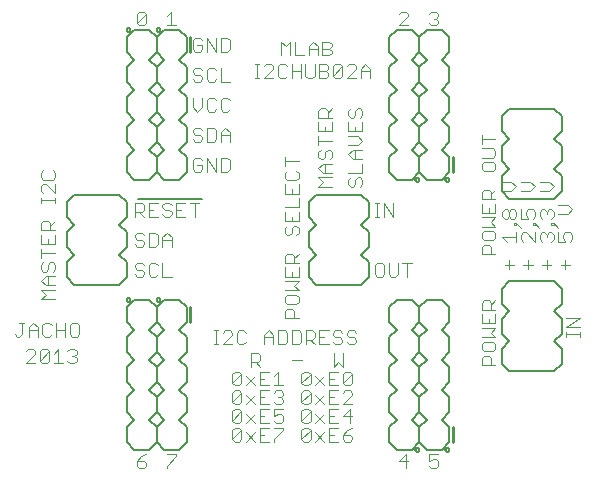
<source format=gbr>
G75*
G70*
%OFA0B0*%
%FSLAX24Y24*%
%IPPOS*%
%LPD*%
%AMOC8*
5,1,8,0,0,1.08239X$1,22.5*
%
%ADD10C,0.0040*%
%ADD11C,0.0079*%
%ADD12C,0.0100*%
%ADD13C,0.0060*%
%ADD14C,0.0050*%
D10*
X004920Y004385D02*
X004997Y004308D01*
X005150Y004308D01*
X005227Y004385D01*
X005227Y004461D01*
X005150Y004538D01*
X004920Y004538D01*
X004920Y004385D01*
X004920Y004538D02*
X005073Y004692D01*
X005227Y004768D01*
X005920Y004768D02*
X006227Y004768D01*
X006227Y004692D01*
X005920Y004385D01*
X005920Y004308D01*
X008108Y005260D02*
X008184Y005183D01*
X008338Y005183D01*
X008414Y005260D01*
X008414Y005567D01*
X008108Y005260D01*
X008108Y005567D01*
X008184Y005643D01*
X008338Y005643D01*
X008414Y005567D01*
X008568Y005490D02*
X008875Y005183D01*
X009028Y005183D02*
X009335Y005183D01*
X009489Y005183D02*
X009489Y005260D01*
X009796Y005567D01*
X009796Y005643D01*
X009489Y005643D01*
X009335Y005643D02*
X009028Y005643D01*
X009028Y005183D01*
X009028Y005413D02*
X009182Y005413D01*
X008875Y005490D02*
X008568Y005183D01*
X008568Y005808D02*
X008875Y006115D01*
X009028Y006038D02*
X009182Y006038D01*
X009028Y005808D02*
X009335Y005808D01*
X009489Y005885D02*
X009565Y005808D01*
X009719Y005808D01*
X009796Y005885D01*
X009796Y006038D01*
X009719Y006115D01*
X009642Y006115D01*
X009489Y006038D01*
X009489Y006268D01*
X009796Y006268D01*
X009719Y006433D02*
X009565Y006433D01*
X009489Y006510D01*
X009335Y006433D02*
X009028Y006433D01*
X009028Y006893D01*
X009335Y006893D01*
X009335Y007058D02*
X009028Y007058D01*
X009028Y007518D01*
X009335Y007518D01*
X009489Y007365D02*
X009642Y007518D01*
X009642Y007058D01*
X009489Y007058D02*
X009796Y007058D01*
X009719Y006893D02*
X009796Y006817D01*
X009796Y006740D01*
X009719Y006663D01*
X009796Y006586D01*
X009796Y006510D01*
X009719Y006433D01*
X009719Y006663D02*
X009642Y006663D01*
X009489Y006817D02*
X009565Y006893D01*
X009719Y006893D01*
X009182Y006663D02*
X009028Y006663D01*
X008875Y006740D02*
X008568Y006433D01*
X008414Y006510D02*
X008338Y006433D01*
X008184Y006433D01*
X008108Y006510D01*
X008414Y006817D01*
X008414Y006510D01*
X008338Y006268D02*
X008184Y006268D01*
X008108Y006192D01*
X008108Y005885D01*
X008414Y006192D01*
X008414Y005885D01*
X008338Y005808D01*
X008184Y005808D01*
X008108Y005885D01*
X008414Y006192D02*
X008338Y006268D01*
X008568Y006115D02*
X008875Y005808D01*
X009028Y005808D02*
X009028Y006268D01*
X009335Y006268D01*
X008875Y006433D02*
X008568Y006740D01*
X008414Y006817D02*
X008338Y006893D01*
X008184Y006893D01*
X008108Y006817D01*
X008108Y006510D01*
X008184Y007058D02*
X008108Y007135D01*
X008414Y007442D01*
X008414Y007135D01*
X008338Y007058D01*
X008184Y007058D01*
X008108Y007135D02*
X008108Y007442D01*
X008184Y007518D01*
X008338Y007518D01*
X008414Y007442D01*
X008568Y007365D02*
X008875Y007058D01*
X009028Y007288D02*
X009182Y007288D01*
X008875Y007365D02*
X008568Y007058D01*
X008733Y007683D02*
X008733Y008143D01*
X008963Y008143D01*
X009039Y008067D01*
X009039Y007913D01*
X008963Y007836D01*
X008733Y007836D01*
X008886Y007836D02*
X009039Y007683D01*
X009171Y008433D02*
X009171Y008740D01*
X009324Y008893D01*
X009478Y008740D01*
X009478Y008433D01*
X009631Y008433D02*
X009861Y008433D01*
X009938Y008510D01*
X009938Y008817D01*
X009861Y008893D01*
X009631Y008893D01*
X009631Y008433D01*
X009478Y008663D02*
X009171Y008663D01*
X008557Y008510D02*
X008480Y008433D01*
X008327Y008433D01*
X008250Y008510D01*
X008250Y008817D01*
X008327Y008893D01*
X008480Y008893D01*
X008557Y008817D01*
X008096Y008817D02*
X008096Y008740D01*
X007789Y008433D01*
X008096Y008433D01*
X008096Y008817D02*
X008020Y008893D01*
X007866Y008893D01*
X007789Y008817D01*
X007636Y008893D02*
X007483Y008893D01*
X007559Y008893D02*
X007559Y008433D01*
X007483Y008433D02*
X007636Y008433D01*
X009857Y009308D02*
X009857Y009538D01*
X009934Y009615D01*
X010087Y009615D01*
X010164Y009538D01*
X010164Y009308D01*
X010318Y009308D02*
X009857Y009308D01*
X009934Y009768D02*
X010241Y009768D01*
X010318Y009845D01*
X010318Y009999D01*
X010241Y010075D01*
X009934Y010075D01*
X009857Y009999D01*
X009857Y009845D01*
X009934Y009768D01*
X009857Y010229D02*
X010318Y010229D01*
X010164Y010382D01*
X010318Y010536D01*
X009857Y010536D01*
X009857Y010689D02*
X010318Y010689D01*
X010318Y010996D01*
X010318Y011150D02*
X009857Y011150D01*
X009857Y011380D01*
X009934Y011456D01*
X010087Y011456D01*
X010164Y011380D01*
X010164Y011150D01*
X010164Y011303D02*
X010318Y011456D01*
X010241Y012070D02*
X010318Y012147D01*
X010318Y012301D01*
X010241Y012377D01*
X010164Y012377D01*
X010087Y012301D01*
X010087Y012147D01*
X010011Y012070D01*
X009934Y012070D01*
X009857Y012147D01*
X009857Y012301D01*
X009934Y012377D01*
X009857Y012531D02*
X010318Y012531D01*
X010318Y012838D01*
X010318Y012991D02*
X010318Y013298D01*
X010318Y013452D02*
X010318Y013758D01*
X010241Y013912D02*
X010318Y013989D01*
X010318Y014142D01*
X010241Y014219D01*
X009934Y014219D02*
X009857Y014142D01*
X009857Y013989D01*
X009934Y013912D01*
X010241Y013912D01*
X010087Y013605D02*
X010087Y013452D01*
X009857Y013452D02*
X009857Y013758D01*
X009857Y013452D02*
X010318Y013452D01*
X010982Y013683D02*
X011136Y013836D01*
X010982Y013990D01*
X011443Y013990D01*
X011443Y014143D02*
X011136Y014143D01*
X010982Y014297D01*
X011136Y014450D01*
X011443Y014450D01*
X011366Y014604D02*
X011443Y014681D01*
X011443Y014834D01*
X011366Y014911D01*
X011289Y014911D01*
X011212Y014834D01*
X011212Y014681D01*
X011136Y014604D01*
X011059Y014604D01*
X010982Y014681D01*
X010982Y014834D01*
X011059Y014911D01*
X010982Y015064D02*
X010982Y015371D01*
X010982Y015218D02*
X011443Y015218D01*
X011443Y015525D02*
X011443Y015831D01*
X011443Y015985D02*
X010982Y015985D01*
X010982Y016215D01*
X011059Y016292D01*
X011212Y016292D01*
X011289Y016215D01*
X011289Y015985D01*
X011289Y016138D02*
X011443Y016292D01*
X011982Y016215D02*
X011982Y016062D01*
X012059Y015985D01*
X012136Y015985D01*
X012212Y016062D01*
X012212Y016215D01*
X012289Y016292D01*
X012366Y016292D01*
X012443Y016215D01*
X012443Y016062D01*
X012366Y015985D01*
X012443Y015831D02*
X012443Y015525D01*
X011982Y015525D01*
X011982Y015831D01*
X012212Y015678D02*
X012212Y015525D01*
X012289Y015371D02*
X011982Y015371D01*
X011982Y015064D02*
X012289Y015064D01*
X012443Y015218D01*
X012289Y015371D01*
X012212Y014911D02*
X012212Y014604D01*
X012136Y014604D02*
X011982Y014757D01*
X012136Y014911D01*
X012443Y014911D01*
X012443Y014604D02*
X012136Y014604D01*
X012443Y014450D02*
X012443Y014143D01*
X011982Y014143D01*
X012059Y013990D02*
X011982Y013913D01*
X011982Y013760D01*
X012059Y013683D01*
X012136Y013683D01*
X012212Y013760D01*
X012212Y013913D01*
X012289Y013990D01*
X012366Y013990D01*
X012443Y013913D01*
X012443Y013760D01*
X012366Y013683D01*
X012858Y013143D02*
X013011Y013143D01*
X012934Y013143D02*
X012934Y012683D01*
X012858Y012683D02*
X013011Y012683D01*
X013164Y012683D02*
X013164Y013143D01*
X013471Y012683D01*
X013471Y013143D01*
X011443Y013683D02*
X010982Y013683D01*
X011212Y014143D02*
X011212Y014450D01*
X010318Y014526D02*
X009857Y014526D01*
X009857Y014679D02*
X009857Y014372D01*
X010982Y015525D02*
X011443Y015525D01*
X011212Y015525D02*
X011212Y015678D01*
X010982Y015831D02*
X010982Y015525D01*
X011982Y016215D02*
X012059Y016292D01*
X011927Y017308D02*
X012234Y017615D01*
X012234Y017692D01*
X012157Y017768D01*
X012004Y017768D01*
X011927Y017692D01*
X011773Y017692D02*
X011466Y017385D01*
X011543Y017308D01*
X011697Y017308D01*
X011773Y017385D01*
X011773Y017692D01*
X011697Y017768D01*
X011543Y017768D01*
X011466Y017692D01*
X011466Y017385D01*
X011313Y017385D02*
X011236Y017308D01*
X011006Y017308D01*
X011006Y017768D01*
X011236Y017768D01*
X011313Y017692D01*
X011313Y017615D01*
X011236Y017538D01*
X011006Y017538D01*
X010853Y017385D02*
X010776Y017308D01*
X010622Y017308D01*
X010546Y017385D01*
X010546Y017768D01*
X010392Y017768D02*
X010392Y017308D01*
X010392Y017538D02*
X010085Y017538D01*
X009932Y017385D02*
X009855Y017308D01*
X009702Y017308D01*
X009625Y017385D01*
X009625Y017692D01*
X009702Y017768D01*
X009855Y017768D01*
X009932Y017692D01*
X010085Y017768D02*
X010085Y017308D01*
X009471Y017308D02*
X009164Y017308D01*
X009471Y017615D01*
X009471Y017692D01*
X009395Y017768D01*
X009241Y017768D01*
X009164Y017692D01*
X009011Y017768D02*
X008858Y017768D01*
X008934Y017768D02*
X008934Y017308D01*
X008858Y017308D02*
X009011Y017308D01*
X008023Y017183D02*
X007716Y017183D01*
X007716Y017643D01*
X007562Y017567D02*
X007486Y017643D01*
X007332Y017643D01*
X007255Y017567D01*
X007255Y017260D01*
X007332Y017183D01*
X007486Y017183D01*
X007562Y017260D01*
X007102Y017260D02*
X007025Y017183D01*
X006872Y017183D01*
X006795Y017260D01*
X006872Y017413D02*
X006795Y017490D01*
X006795Y017567D01*
X006872Y017643D01*
X007025Y017643D01*
X007102Y017567D01*
X007025Y017413D02*
X007102Y017336D01*
X007102Y017260D01*
X007025Y017413D02*
X006872Y017413D01*
X006872Y018183D02*
X007025Y018183D01*
X007102Y018260D01*
X007102Y018413D01*
X006948Y018413D01*
X006795Y018260D02*
X006872Y018183D01*
X006795Y018260D02*
X006795Y018567D01*
X006872Y018643D01*
X007025Y018643D01*
X007102Y018567D01*
X007255Y018643D02*
X007562Y018183D01*
X007562Y018643D01*
X007716Y018643D02*
X007946Y018643D01*
X008023Y018567D01*
X008023Y018260D01*
X007946Y018183D01*
X007716Y018183D01*
X007716Y018643D01*
X007255Y018643D02*
X007255Y018183D01*
X006227Y019058D02*
X005920Y019058D01*
X006073Y019058D02*
X006073Y019518D01*
X005920Y019365D01*
X005227Y019442D02*
X005227Y019135D01*
X005150Y019058D01*
X004997Y019058D01*
X004920Y019135D01*
X005227Y019442D01*
X005150Y019518D01*
X004997Y019518D01*
X004920Y019442D01*
X004920Y019135D01*
X006795Y016643D02*
X006795Y016336D01*
X006948Y016183D01*
X007102Y016336D01*
X007102Y016643D01*
X007255Y016567D02*
X007255Y016260D01*
X007332Y016183D01*
X007486Y016183D01*
X007562Y016260D01*
X007716Y016260D02*
X007793Y016183D01*
X007946Y016183D01*
X008023Y016260D01*
X008023Y016567D02*
X007946Y016643D01*
X007793Y016643D01*
X007716Y016567D01*
X007716Y016260D01*
X007562Y016567D02*
X007486Y016643D01*
X007332Y016643D01*
X007255Y016567D01*
X007255Y015643D02*
X007486Y015643D01*
X007562Y015567D01*
X007562Y015260D01*
X007486Y015183D01*
X007255Y015183D01*
X007255Y015643D01*
X007102Y015567D02*
X007025Y015643D01*
X006872Y015643D01*
X006795Y015567D01*
X006795Y015490D01*
X006872Y015413D01*
X007025Y015413D01*
X007102Y015336D01*
X007102Y015260D01*
X007025Y015183D01*
X006872Y015183D01*
X006795Y015260D01*
X006872Y014643D02*
X006795Y014567D01*
X006795Y014260D01*
X006872Y014183D01*
X007025Y014183D01*
X007102Y014260D01*
X007102Y014413D01*
X006948Y014413D01*
X007102Y014567D02*
X007025Y014643D01*
X006872Y014643D01*
X007255Y014643D02*
X007562Y014183D01*
X007562Y014643D01*
X007716Y014643D02*
X007946Y014643D01*
X008023Y014567D01*
X008023Y014260D01*
X007946Y014183D01*
X007716Y014183D01*
X007716Y014643D01*
X007255Y014643D02*
X007255Y014183D01*
X007006Y013143D02*
X006699Y013143D01*
X006546Y013143D02*
X006239Y013143D01*
X006239Y012683D01*
X006546Y012683D01*
X006392Y012913D02*
X006239Y012913D01*
X006085Y012836D02*
X006085Y012760D01*
X006008Y012683D01*
X005855Y012683D01*
X005778Y012760D01*
X005625Y012683D02*
X005318Y012683D01*
X005318Y013143D01*
X005625Y013143D01*
X005778Y013067D02*
X005778Y012990D01*
X005855Y012913D01*
X006008Y012913D01*
X006085Y012836D01*
X006085Y013067D02*
X006008Y013143D01*
X005855Y013143D01*
X005778Y013067D01*
X005471Y012913D02*
X005318Y012913D01*
X005164Y012913D02*
X005088Y012836D01*
X004858Y012836D01*
X005011Y012836D02*
X005164Y012683D01*
X005164Y012913D02*
X005164Y013067D01*
X005088Y013143D01*
X004858Y013143D01*
X004858Y012683D01*
X004934Y012143D02*
X004858Y012067D01*
X004858Y011990D01*
X004934Y011913D01*
X005088Y011913D01*
X005164Y011836D01*
X005164Y011760D01*
X005088Y011683D01*
X004934Y011683D01*
X004858Y011760D01*
X004934Y012143D02*
X005088Y012143D01*
X005164Y012067D01*
X005318Y012143D02*
X005548Y012143D01*
X005625Y012067D01*
X005625Y011760D01*
X005548Y011683D01*
X005318Y011683D01*
X005318Y012143D01*
X005778Y011990D02*
X005778Y011683D01*
X005778Y011913D02*
X006085Y011913D01*
X006085Y011990D02*
X006085Y011683D01*
X006085Y011990D02*
X005932Y012143D01*
X005778Y011990D01*
X005778Y011143D02*
X005778Y010683D01*
X006085Y010683D01*
X005625Y010760D02*
X005548Y010683D01*
X005395Y010683D01*
X005318Y010760D01*
X005318Y011067D01*
X005395Y011143D01*
X005548Y011143D01*
X005625Y011067D01*
X005164Y011067D02*
X005088Y011143D01*
X004934Y011143D01*
X004858Y011067D01*
X004858Y010990D01*
X004934Y010913D01*
X005088Y010913D01*
X005164Y010836D01*
X005164Y010760D01*
X005088Y010683D01*
X004934Y010683D01*
X004858Y010760D01*
X003006Y009067D02*
X002929Y009143D01*
X002776Y009143D01*
X002699Y009067D01*
X002699Y008760D01*
X002776Y008683D01*
X002929Y008683D01*
X003006Y008760D01*
X003006Y009067D01*
X002546Y009143D02*
X002546Y008683D01*
X002546Y008913D02*
X002239Y008913D01*
X002085Y008760D02*
X002008Y008683D01*
X001855Y008683D01*
X001778Y008760D01*
X001778Y009067D01*
X001855Y009143D01*
X002008Y009143D01*
X002085Y009067D01*
X002239Y009143D02*
X002239Y008683D01*
X002307Y008268D02*
X002307Y007808D01*
X002460Y007808D02*
X002153Y007808D01*
X002000Y007885D02*
X001923Y007808D01*
X001770Y007808D01*
X001693Y007885D01*
X002000Y008192D01*
X002000Y007885D01*
X002153Y008115D02*
X002307Y008268D01*
X002614Y008192D02*
X002690Y008268D01*
X002844Y008268D01*
X002921Y008192D01*
X002921Y008115D01*
X002844Y008038D01*
X002921Y007961D01*
X002921Y007885D01*
X002844Y007808D01*
X002690Y007808D01*
X002614Y007885D01*
X002767Y008038D02*
X002844Y008038D01*
X002000Y008192D02*
X001923Y008268D01*
X001770Y008268D01*
X001693Y008192D01*
X001693Y007885D01*
X001539Y007808D02*
X001233Y007808D01*
X001539Y008115D01*
X001539Y008192D01*
X001463Y008268D01*
X001309Y008268D01*
X001233Y008192D01*
X001318Y008683D02*
X001318Y008990D01*
X001471Y009143D01*
X001625Y008990D01*
X001625Y008683D01*
X001625Y008913D02*
X001318Y008913D01*
X001088Y008760D02*
X001088Y009143D01*
X001164Y009143D02*
X001011Y009143D01*
X001088Y008760D02*
X001011Y008683D01*
X000934Y008683D01*
X000858Y008760D01*
X001732Y009933D02*
X001886Y010086D01*
X001732Y010240D01*
X002193Y010240D01*
X002193Y010393D02*
X001886Y010393D01*
X001732Y010547D01*
X001886Y010700D01*
X002193Y010700D01*
X002116Y010854D02*
X002193Y010931D01*
X002193Y011084D01*
X002116Y011161D01*
X002039Y011161D01*
X001962Y011084D01*
X001962Y010931D01*
X001886Y010854D01*
X001809Y010854D01*
X001732Y010931D01*
X001732Y011084D01*
X001809Y011161D01*
X001732Y011314D02*
X001732Y011621D01*
X001732Y011468D02*
X002193Y011468D01*
X002193Y011775D02*
X001732Y011775D01*
X001732Y012081D01*
X001732Y012235D02*
X001732Y012465D01*
X001809Y012542D01*
X001962Y012542D01*
X002039Y012465D01*
X002039Y012235D01*
X002039Y012388D02*
X002193Y012542D01*
X002193Y012235D02*
X001732Y012235D01*
X002193Y012081D02*
X002193Y011775D01*
X001962Y011775D02*
X001962Y011928D01*
X001962Y010700D02*
X001962Y010393D01*
X002193Y009933D02*
X001732Y009933D01*
X001732Y013156D02*
X001732Y013309D01*
X001732Y013232D02*
X002193Y013232D01*
X002193Y013156D02*
X002193Y013309D01*
X002193Y013463D02*
X001886Y013770D01*
X001809Y013770D01*
X001732Y013693D01*
X001732Y013539D01*
X001809Y013463D01*
X002193Y013463D02*
X002193Y013770D01*
X002116Y013923D02*
X001809Y013923D01*
X001732Y014000D01*
X001732Y014153D01*
X001809Y014230D01*
X002116Y014230D02*
X002193Y014153D01*
X002193Y014000D01*
X002116Y013923D01*
X006853Y013143D02*
X006853Y012683D01*
X007716Y015183D02*
X007716Y015490D01*
X007869Y015643D01*
X008023Y015490D01*
X008023Y015183D01*
X008023Y015413D02*
X007716Y015413D01*
X009857Y012991D02*
X010318Y012991D01*
X010087Y012684D02*
X010087Y012531D01*
X009857Y012531D02*
X009857Y012838D01*
X009857Y010996D02*
X009857Y010689D01*
X010087Y010689D02*
X010087Y010843D01*
X010091Y008893D02*
X010322Y008893D01*
X010398Y008817D01*
X010398Y008510D01*
X010322Y008433D01*
X010091Y008433D01*
X010091Y008893D01*
X010552Y008893D02*
X010552Y008433D01*
X010552Y008586D02*
X010782Y008586D01*
X010859Y008663D01*
X010859Y008817D01*
X010782Y008893D01*
X010552Y008893D01*
X011012Y008893D02*
X011012Y008433D01*
X011319Y008433D01*
X011473Y008510D02*
X011549Y008433D01*
X011703Y008433D01*
X011779Y008510D01*
X011779Y008586D01*
X011703Y008663D01*
X011549Y008663D01*
X011473Y008740D01*
X011473Y008817D01*
X011549Y008893D01*
X011703Y008893D01*
X011779Y008817D01*
X011933Y008817D02*
X011933Y008740D01*
X012010Y008663D01*
X012163Y008663D01*
X012240Y008586D01*
X012240Y008510D01*
X012163Y008433D01*
X012010Y008433D01*
X011933Y008510D01*
X011933Y008817D02*
X012010Y008893D01*
X012163Y008893D01*
X012240Y008817D01*
X011319Y008893D02*
X011012Y008893D01*
X011012Y008663D02*
X011166Y008663D01*
X010859Y008433D02*
X010705Y008586D01*
X010421Y007913D02*
X010114Y007913D01*
X010486Y007518D02*
X010640Y007518D01*
X010716Y007442D01*
X010409Y007135D01*
X010486Y007058D01*
X010640Y007058D01*
X010716Y007135D01*
X010716Y007442D01*
X010870Y007365D02*
X011177Y007058D01*
X011330Y007058D02*
X011637Y007058D01*
X011637Y006893D02*
X011330Y006893D01*
X011330Y006433D01*
X011637Y006433D01*
X011791Y006433D02*
X012098Y006740D01*
X012098Y006817D01*
X012021Y006893D01*
X011867Y006893D01*
X011791Y006817D01*
X011867Y007058D02*
X011791Y007135D01*
X012098Y007442D01*
X012098Y007135D01*
X012021Y007058D01*
X011867Y007058D01*
X011791Y007135D02*
X011791Y007442D01*
X011867Y007518D01*
X012021Y007518D01*
X012098Y007442D01*
X011802Y007683D02*
X011802Y008143D01*
X011648Y007836D02*
X011802Y007683D01*
X011648Y007836D02*
X011495Y007683D01*
X011495Y008143D01*
X011637Y007518D02*
X011330Y007518D01*
X011330Y007058D01*
X011330Y007288D02*
X011484Y007288D01*
X011177Y007365D02*
X010870Y007058D01*
X010640Y006893D02*
X010716Y006817D01*
X010409Y006510D01*
X010486Y006433D01*
X010640Y006433D01*
X010716Y006510D01*
X010716Y006817D01*
X010640Y006893D02*
X010486Y006893D01*
X010409Y006817D01*
X010409Y006510D01*
X010486Y006268D02*
X010640Y006268D01*
X010716Y006192D01*
X010409Y005885D01*
X010486Y005808D01*
X010640Y005808D01*
X010716Y005885D01*
X010716Y006192D01*
X010870Y006115D02*
X011177Y005808D01*
X011330Y005808D02*
X011637Y005808D01*
X011637Y005643D02*
X011330Y005643D01*
X011330Y005183D01*
X011637Y005183D01*
X011791Y005260D02*
X011867Y005183D01*
X012021Y005183D01*
X012098Y005260D01*
X012098Y005336D01*
X012021Y005413D01*
X011791Y005413D01*
X011791Y005260D01*
X011791Y005413D02*
X011944Y005567D01*
X012098Y005643D01*
X012021Y005808D02*
X012021Y006268D01*
X011791Y006038D01*
X012098Y006038D01*
X012098Y006433D02*
X011791Y006433D01*
X011637Y006268D02*
X011330Y006268D01*
X011330Y005808D01*
X011330Y006038D02*
X011484Y006038D01*
X011177Y006115D02*
X010870Y005808D01*
X010640Y005643D02*
X010716Y005567D01*
X010409Y005260D01*
X010486Y005183D01*
X010640Y005183D01*
X010716Y005260D01*
X010716Y005567D01*
X010640Y005643D02*
X010486Y005643D01*
X010409Y005567D01*
X010409Y005260D01*
X010870Y005183D02*
X011177Y005490D01*
X011330Y005413D02*
X011484Y005413D01*
X011177Y005183D02*
X010870Y005490D01*
X010409Y005885D02*
X010409Y006192D01*
X010486Y006268D01*
X010870Y006433D02*
X011177Y006740D01*
X011330Y006663D02*
X011484Y006663D01*
X011177Y006433D02*
X010870Y006740D01*
X010409Y007135D02*
X010409Y007442D01*
X010486Y007518D01*
X013670Y004538D02*
X013900Y004768D01*
X013900Y004308D01*
X013977Y004538D02*
X013670Y004538D01*
X014670Y004538D02*
X014823Y004615D01*
X014900Y004615D01*
X014977Y004538D01*
X014977Y004385D01*
X014900Y004308D01*
X014747Y004308D01*
X014670Y004385D01*
X014670Y004538D02*
X014670Y004768D01*
X014977Y004768D01*
X016420Y007745D02*
X016420Y007976D01*
X016496Y008052D01*
X016650Y008052D01*
X016727Y007976D01*
X016727Y007745D01*
X016880Y007745D02*
X016420Y007745D01*
X016496Y008206D02*
X016803Y008206D01*
X016880Y008283D01*
X016880Y008436D01*
X016803Y008513D01*
X016496Y008513D01*
X016420Y008436D01*
X016420Y008283D01*
X016496Y008206D01*
X016420Y008666D02*
X016880Y008666D01*
X016727Y008820D01*
X016880Y008973D01*
X016420Y008973D01*
X016420Y009127D02*
X016880Y009127D01*
X016880Y009434D01*
X016880Y009587D02*
X016420Y009587D01*
X016420Y009817D01*
X016496Y009894D01*
X016650Y009894D01*
X016727Y009817D01*
X016727Y009587D01*
X016727Y009741D02*
X016880Y009894D01*
X016420Y009434D02*
X016420Y009127D01*
X016650Y009127D02*
X016650Y009280D01*
X017337Y010933D02*
X017337Y011240D01*
X017184Y011086D02*
X017491Y011086D01*
X017809Y011086D02*
X018116Y011086D01*
X017962Y010933D02*
X017962Y011240D01*
X018434Y011086D02*
X018741Y011086D01*
X018587Y010933D02*
X018587Y011240D01*
X019059Y011086D02*
X019366Y011086D01*
X019212Y010933D02*
X019212Y011240D01*
X019212Y011854D02*
X018982Y011854D01*
X018982Y012161D01*
X018971Y012314D02*
X018818Y012468D01*
X018818Y012391D01*
X018741Y012391D01*
X018741Y012468D01*
X018818Y012468D01*
X018741Y012621D02*
X018818Y012698D01*
X018818Y012851D01*
X018741Y012928D01*
X018664Y012928D01*
X018587Y012851D01*
X018587Y012775D01*
X018587Y012851D02*
X018511Y012928D01*
X018434Y012928D01*
X018357Y012851D01*
X018357Y012698D01*
X018434Y012621D01*
X018193Y012698D02*
X018193Y012851D01*
X018116Y012928D01*
X017962Y012928D01*
X017886Y012851D01*
X017886Y012775D01*
X017962Y012621D01*
X017732Y012621D01*
X017732Y012928D01*
X017568Y012851D02*
X017568Y012698D01*
X017491Y012621D01*
X017414Y012621D01*
X017337Y012698D01*
X017337Y012851D01*
X017414Y012928D01*
X017491Y012928D01*
X017568Y012851D01*
X017337Y012851D02*
X017261Y012928D01*
X017184Y012928D01*
X017107Y012851D01*
X017107Y012698D01*
X017184Y012621D01*
X017261Y012621D01*
X017337Y012698D01*
X017491Y012468D02*
X017491Y012391D01*
X017568Y012391D01*
X017568Y012468D01*
X017491Y012468D01*
X017568Y012468D02*
X017721Y012314D01*
X017809Y012161D02*
X017732Y012084D01*
X017732Y011931D01*
X017809Y011854D01*
X017568Y011854D02*
X017568Y012161D01*
X017568Y012007D02*
X017107Y012007D01*
X017261Y011854D01*
X016880Y011970D02*
X016880Y012124D01*
X016803Y012200D01*
X016496Y012200D01*
X016420Y012124D01*
X016420Y011970D01*
X016496Y011893D01*
X016803Y011893D01*
X016880Y011970D01*
X016650Y011740D02*
X016727Y011663D01*
X016727Y011433D01*
X016880Y011433D02*
X016420Y011433D01*
X016420Y011663D01*
X016496Y011740D01*
X016650Y011740D01*
X016420Y012354D02*
X016880Y012354D01*
X016727Y012507D01*
X016880Y012661D01*
X016420Y012661D01*
X016420Y012814D02*
X016880Y012814D01*
X016880Y013121D01*
X016880Y013275D02*
X016420Y013275D01*
X016420Y013505D01*
X016496Y013581D01*
X016650Y013581D01*
X016727Y013505D01*
X016727Y013275D01*
X016727Y013428D02*
X016880Y013581D01*
X017107Y013542D02*
X017414Y013542D01*
X017568Y013695D01*
X017414Y013849D01*
X017107Y013849D01*
X016803Y014195D02*
X016880Y014272D01*
X016880Y014426D01*
X016803Y014502D01*
X016496Y014502D01*
X016420Y014426D01*
X016420Y014272D01*
X016496Y014195D01*
X016803Y014195D01*
X016803Y014656D02*
X016420Y014656D01*
X016420Y014963D02*
X016803Y014963D01*
X016880Y014886D01*
X016880Y014732D01*
X016803Y014656D01*
X016420Y015116D02*
X016420Y015423D01*
X016420Y015270D02*
X016880Y015270D01*
X017732Y013849D02*
X018039Y013849D01*
X018193Y013695D01*
X018039Y013542D01*
X017732Y013542D01*
X018357Y013542D02*
X018664Y013542D01*
X018818Y013695D01*
X018664Y013849D01*
X018357Y013849D01*
X018982Y013081D02*
X019289Y013081D01*
X019443Y012928D01*
X019289Y012775D01*
X018982Y012775D01*
X019212Y012161D02*
X019366Y012161D01*
X019443Y012084D01*
X019443Y011931D01*
X019366Y011854D01*
X019212Y011854D02*
X019136Y012007D01*
X019136Y012084D01*
X019212Y012161D01*
X018818Y012084D02*
X018818Y011931D01*
X018741Y011854D01*
X018587Y012007D02*
X018587Y012084D01*
X018664Y012161D01*
X018741Y012161D01*
X018818Y012084D01*
X018587Y012084D02*
X018511Y012161D01*
X018434Y012161D01*
X018357Y012084D01*
X018357Y011931D01*
X018434Y011854D01*
X018193Y011854D02*
X018193Y012161D01*
X018346Y012314D02*
X018193Y012468D01*
X018193Y012391D01*
X018116Y012391D01*
X018116Y012468D01*
X018193Y012468D01*
X018116Y012621D02*
X018193Y012698D01*
X017886Y012161D02*
X017809Y012161D01*
X017886Y012161D02*
X018193Y011854D01*
X016650Y012814D02*
X016650Y012968D01*
X016420Y013121D02*
X016420Y012814D01*
X014085Y011143D02*
X013778Y011143D01*
X013625Y011143D02*
X013625Y010760D01*
X013548Y010683D01*
X013395Y010683D01*
X013318Y010760D01*
X013318Y011143D01*
X013164Y011067D02*
X013088Y011143D01*
X012934Y011143D01*
X012858Y011067D01*
X012858Y010760D01*
X012934Y010683D01*
X013088Y010683D01*
X013164Y010760D01*
X013164Y011067D01*
X013932Y011143D02*
X013932Y010683D01*
X019232Y009297D02*
X019693Y009297D01*
X019232Y008990D01*
X019693Y008990D01*
X019693Y008836D02*
X019693Y008683D01*
X019693Y008760D02*
X019232Y008760D01*
X019232Y008836D02*
X019232Y008683D01*
X012694Y017308D02*
X012694Y017615D01*
X012541Y017768D01*
X012387Y017615D01*
X012387Y017308D01*
X012234Y017308D02*
X011927Y017308D01*
X012387Y017538D02*
X012694Y017538D01*
X011313Y017461D02*
X011313Y017385D01*
X011313Y017461D02*
X011236Y017538D01*
X010853Y017385D02*
X010853Y017768D01*
X010960Y018058D02*
X010960Y018365D01*
X010807Y018518D01*
X010653Y018365D01*
X010653Y018058D01*
X010500Y018058D02*
X010193Y018058D01*
X010193Y018518D01*
X010039Y018518D02*
X009886Y018365D01*
X009733Y018518D01*
X009733Y018058D01*
X010039Y018058D02*
X010039Y018518D01*
X010653Y018288D02*
X010960Y018288D01*
X011114Y018288D02*
X011344Y018288D01*
X011421Y018211D01*
X011421Y018135D01*
X011344Y018058D01*
X011114Y018058D01*
X011114Y018518D01*
X011344Y018518D01*
X011421Y018442D01*
X011421Y018365D01*
X011344Y018288D01*
X013670Y019058D02*
X013977Y019365D01*
X013977Y019442D01*
X013900Y019518D01*
X013747Y019518D01*
X013670Y019442D01*
X013670Y019058D02*
X013977Y019058D01*
X014670Y019135D02*
X014747Y019058D01*
X014900Y019058D01*
X014977Y019135D01*
X014977Y019211D01*
X014900Y019288D01*
X014823Y019288D01*
X014900Y019288D02*
X014977Y019365D01*
X014977Y019442D01*
X014900Y019518D01*
X014747Y019518D01*
X014670Y019442D01*
D11*
X007088Y013288D02*
X004963Y013288D01*
D12*
X006713Y009663D02*
X006713Y009163D01*
X015463Y005663D02*
X015463Y005163D01*
X015463Y014163D02*
X015463Y014663D01*
X006713Y018163D02*
X006713Y018663D01*
D13*
X006588Y018663D02*
X006338Y018913D01*
X005838Y018913D01*
X005588Y018663D01*
X005588Y018163D01*
X005838Y017913D01*
X005588Y017663D01*
X005588Y017163D01*
X005838Y016913D01*
X005588Y016663D01*
X005588Y016163D01*
X005838Y015913D01*
X005588Y015663D01*
X005588Y015163D01*
X005838Y014913D01*
X005588Y014663D01*
X005588Y014163D01*
X005838Y013913D01*
X006338Y013913D01*
X006588Y014163D01*
X006588Y014663D01*
X006338Y014913D01*
X006588Y015163D01*
X006588Y015663D01*
X006338Y015913D01*
X006588Y016163D01*
X006588Y016663D01*
X006338Y016913D01*
X006588Y017163D01*
X006588Y017663D01*
X006338Y017913D01*
X006588Y018163D01*
X006588Y018663D01*
X005588Y018663D02*
X005588Y018163D01*
X005338Y017913D01*
X005588Y017663D01*
X005588Y017163D01*
X005338Y016913D01*
X005588Y016663D01*
X005588Y016163D01*
X005338Y015913D01*
X005588Y015663D01*
X005588Y015163D01*
X005338Y014913D01*
X005588Y014663D01*
X005588Y014163D01*
X005338Y013913D01*
X004838Y013913D01*
X004588Y014163D01*
X004588Y014663D01*
X004838Y014913D01*
X004588Y015163D01*
X004588Y015663D01*
X004838Y015913D01*
X004588Y016163D01*
X004588Y016663D01*
X004838Y016913D01*
X004588Y017163D01*
X004588Y017663D01*
X004838Y017913D01*
X004588Y018163D01*
X004588Y018663D01*
X004838Y018913D01*
X005338Y018913D01*
X005588Y018663D01*
X004338Y013413D02*
X002838Y013413D01*
X002588Y013163D01*
X002588Y012663D01*
X002838Y012413D01*
X002588Y012163D01*
X002588Y011663D01*
X002838Y011413D01*
X002588Y011163D01*
X002588Y010663D01*
X002838Y010413D01*
X004338Y010413D01*
X004588Y010663D01*
X004588Y011163D01*
X004338Y011413D01*
X004588Y011663D01*
X004588Y012163D01*
X004338Y012413D01*
X004588Y012663D01*
X004588Y013163D01*
X004338Y013413D01*
X004838Y009913D02*
X004588Y009663D01*
X004588Y009163D01*
X004838Y008913D01*
X004588Y008663D01*
X004588Y008163D01*
X004838Y007913D01*
X004588Y007663D01*
X004588Y007163D01*
X004838Y006913D01*
X004588Y006663D01*
X004588Y006163D01*
X004838Y005913D01*
X004588Y005663D01*
X004588Y005163D01*
X004838Y004913D01*
X005338Y004913D01*
X005588Y005163D01*
X005588Y005663D01*
X005838Y005913D01*
X005588Y006163D01*
X005588Y006663D01*
X005838Y006913D01*
X005588Y007163D01*
X005588Y007663D01*
X005838Y007913D01*
X005588Y008163D01*
X005588Y008663D01*
X005838Y008913D01*
X005588Y009163D01*
X005588Y009663D01*
X005838Y009913D01*
X006338Y009913D01*
X006588Y009663D01*
X006588Y009163D01*
X006338Y008913D01*
X006588Y008663D01*
X006588Y008163D01*
X006338Y007913D01*
X006588Y007663D01*
X006588Y007163D01*
X006338Y006913D01*
X006588Y006663D01*
X006588Y006163D01*
X006338Y005913D01*
X006588Y005663D01*
X006588Y005163D01*
X006338Y004913D01*
X005838Y004913D01*
X005588Y005163D01*
X005588Y005663D01*
X005338Y005913D01*
X005588Y006163D01*
X005588Y006663D01*
X005338Y006913D01*
X005588Y007163D01*
X005588Y007663D01*
X005338Y007913D01*
X005588Y008163D01*
X005588Y008663D01*
X005338Y008913D01*
X005588Y009163D01*
X005588Y009663D01*
X005338Y009913D01*
X004838Y009913D01*
X010650Y010663D02*
X010650Y011163D01*
X010900Y011413D01*
X010650Y011663D01*
X010650Y012163D01*
X010900Y012413D01*
X010650Y012663D01*
X010650Y013163D01*
X010900Y013413D01*
X012400Y013413D01*
X012650Y013163D01*
X012650Y012663D01*
X012400Y012413D01*
X012650Y012163D01*
X012650Y011663D01*
X012400Y011413D01*
X012650Y011163D01*
X012650Y010663D01*
X012400Y010413D01*
X010900Y010413D01*
X010650Y010663D01*
X013338Y009663D02*
X013338Y009163D01*
X013588Y008913D01*
X013338Y008663D01*
X013338Y008163D01*
X013588Y007913D01*
X013338Y007663D01*
X013338Y007163D01*
X013588Y006913D01*
X013338Y006663D01*
X013338Y006163D01*
X013588Y005913D01*
X013338Y005663D01*
X013338Y005163D01*
X013588Y004913D01*
X014088Y004913D01*
X014338Y005163D01*
X014588Y004913D01*
X015088Y004913D01*
X015338Y005163D01*
X015338Y005663D01*
X015088Y005913D01*
X015338Y006163D01*
X015338Y006663D01*
X015088Y006913D01*
X015338Y007163D01*
X015338Y007663D01*
X015088Y007913D01*
X015338Y008163D01*
X015338Y008663D01*
X015088Y008913D01*
X015338Y009163D01*
X015338Y009663D01*
X015088Y009913D01*
X014588Y009913D01*
X014338Y009663D01*
X014338Y009163D01*
X014588Y008913D01*
X014338Y008663D01*
X014338Y008163D01*
X014588Y007913D01*
X014338Y007663D01*
X014338Y007163D01*
X014588Y006913D01*
X014338Y006663D01*
X014338Y006163D01*
X014588Y005913D01*
X014338Y005663D01*
X014338Y005163D01*
X014338Y005663D01*
X014088Y005913D01*
X014338Y006163D01*
X014338Y006663D01*
X014088Y006913D01*
X014338Y007163D01*
X014338Y007663D01*
X014088Y007913D01*
X014338Y008163D01*
X014338Y008663D01*
X014088Y008913D01*
X014338Y009163D01*
X014338Y009663D01*
X014088Y009913D01*
X013588Y009913D01*
X013338Y009663D01*
X017088Y009788D02*
X017088Y010288D01*
X017338Y010538D01*
X018838Y010538D01*
X019088Y010288D01*
X019088Y009788D01*
X018838Y009538D01*
X019088Y009288D01*
X019088Y008788D01*
X018838Y008538D01*
X019088Y008288D01*
X019088Y007788D01*
X018838Y007538D01*
X017338Y007538D01*
X017088Y007788D01*
X017088Y008288D01*
X017338Y008538D01*
X017088Y008788D01*
X017088Y009288D01*
X017338Y009538D01*
X017088Y009788D01*
X017338Y013288D02*
X017088Y013538D01*
X017088Y014038D01*
X017338Y014288D01*
X017088Y014538D01*
X017088Y015038D01*
X017338Y015288D01*
X017088Y015538D01*
X017088Y016038D01*
X017338Y016288D01*
X018838Y016288D01*
X019088Y016038D01*
X019088Y015538D01*
X018838Y015288D01*
X019088Y015038D01*
X019088Y014538D01*
X018838Y014288D01*
X019088Y014038D01*
X019088Y013538D01*
X018838Y013288D01*
X017338Y013288D01*
X015338Y014163D02*
X015338Y014663D01*
X015088Y014913D01*
X015338Y015163D01*
X015338Y015663D01*
X015088Y015913D01*
X015338Y016163D01*
X015338Y016663D01*
X015088Y016913D01*
X015338Y017163D01*
X015338Y017663D01*
X015088Y017913D01*
X015338Y018163D01*
X015338Y018663D01*
X015088Y018913D01*
X014588Y018913D01*
X014338Y018663D01*
X014338Y018163D01*
X014588Y017913D01*
X014338Y017663D01*
X014338Y017163D01*
X014588Y016913D01*
X014338Y016663D01*
X014338Y016163D01*
X014588Y015913D01*
X014338Y015663D01*
X014338Y015163D01*
X014588Y014913D01*
X014338Y014663D01*
X014338Y014163D01*
X014588Y013913D01*
X015088Y013913D01*
X015338Y014163D01*
X014338Y014163D02*
X014338Y014663D01*
X014088Y014913D01*
X014338Y015163D01*
X014338Y015663D01*
X014088Y015913D01*
X014338Y016163D01*
X014338Y016663D01*
X014088Y016913D01*
X014338Y017163D01*
X014338Y017663D01*
X014088Y017913D01*
X014338Y018163D01*
X014338Y018663D01*
X014088Y018913D01*
X013588Y018913D01*
X013338Y018663D01*
X013338Y018163D01*
X013588Y017913D01*
X013338Y017663D01*
X013338Y017163D01*
X013588Y016913D01*
X013338Y016663D01*
X013338Y016163D01*
X013588Y015913D01*
X013338Y015663D01*
X013338Y015163D01*
X013588Y014913D01*
X013338Y014663D01*
X013338Y014163D01*
X013588Y013913D01*
X014088Y013913D01*
X014338Y014163D01*
D14*
X014212Y013913D02*
X014214Y013928D01*
X014219Y013942D01*
X014228Y013955D01*
X014239Y013965D01*
X014253Y013972D01*
X014267Y013976D01*
X014283Y013976D01*
X014297Y013972D01*
X014311Y013965D01*
X014322Y013955D01*
X014331Y013942D01*
X014336Y013928D01*
X014338Y013913D01*
X014336Y013898D01*
X014331Y013884D01*
X014322Y013871D01*
X014311Y013861D01*
X014297Y013854D01*
X014283Y013850D01*
X014267Y013850D01*
X014253Y013854D01*
X014239Y013861D01*
X014228Y013871D01*
X014219Y013884D01*
X014214Y013898D01*
X014212Y013913D01*
X015212Y013913D02*
X015214Y013928D01*
X015219Y013942D01*
X015228Y013955D01*
X015239Y013965D01*
X015253Y013972D01*
X015267Y013976D01*
X015283Y013976D01*
X015297Y013972D01*
X015311Y013965D01*
X015322Y013955D01*
X015331Y013942D01*
X015336Y013928D01*
X015338Y013913D01*
X015336Y013898D01*
X015331Y013884D01*
X015322Y013871D01*
X015311Y013861D01*
X015297Y013854D01*
X015283Y013850D01*
X015267Y013850D01*
X015253Y013854D01*
X015239Y013861D01*
X015228Y013871D01*
X015219Y013884D01*
X015214Y013898D01*
X015212Y013913D01*
X005587Y009913D02*
X005589Y009928D01*
X005594Y009942D01*
X005603Y009955D01*
X005614Y009965D01*
X005628Y009972D01*
X005642Y009976D01*
X005658Y009976D01*
X005672Y009972D01*
X005686Y009965D01*
X005697Y009955D01*
X005706Y009942D01*
X005711Y009928D01*
X005713Y009913D01*
X005711Y009898D01*
X005706Y009884D01*
X005697Y009871D01*
X005686Y009861D01*
X005672Y009854D01*
X005658Y009850D01*
X005642Y009850D01*
X005628Y009854D01*
X005614Y009861D01*
X005603Y009871D01*
X005594Y009884D01*
X005589Y009898D01*
X005587Y009913D01*
X004587Y009913D02*
X004589Y009928D01*
X004594Y009942D01*
X004603Y009955D01*
X004614Y009965D01*
X004628Y009972D01*
X004642Y009976D01*
X004658Y009976D01*
X004672Y009972D01*
X004686Y009965D01*
X004697Y009955D01*
X004706Y009942D01*
X004711Y009928D01*
X004713Y009913D01*
X004711Y009898D01*
X004706Y009884D01*
X004697Y009871D01*
X004686Y009861D01*
X004672Y009854D01*
X004658Y009850D01*
X004642Y009850D01*
X004628Y009854D01*
X004614Y009861D01*
X004603Y009871D01*
X004594Y009884D01*
X004589Y009898D01*
X004587Y009913D01*
X014212Y004913D02*
X014214Y004928D01*
X014219Y004942D01*
X014228Y004955D01*
X014239Y004965D01*
X014253Y004972D01*
X014267Y004976D01*
X014283Y004976D01*
X014297Y004972D01*
X014311Y004965D01*
X014322Y004955D01*
X014331Y004942D01*
X014336Y004928D01*
X014338Y004913D01*
X014336Y004898D01*
X014331Y004884D01*
X014322Y004871D01*
X014311Y004861D01*
X014297Y004854D01*
X014283Y004850D01*
X014267Y004850D01*
X014253Y004854D01*
X014239Y004861D01*
X014228Y004871D01*
X014219Y004884D01*
X014214Y004898D01*
X014212Y004913D01*
X015212Y004913D02*
X015214Y004928D01*
X015219Y004942D01*
X015228Y004955D01*
X015239Y004965D01*
X015253Y004972D01*
X015267Y004976D01*
X015283Y004976D01*
X015297Y004972D01*
X015311Y004965D01*
X015322Y004955D01*
X015331Y004942D01*
X015336Y004928D01*
X015338Y004913D01*
X015336Y004898D01*
X015331Y004884D01*
X015322Y004871D01*
X015311Y004861D01*
X015297Y004854D01*
X015283Y004850D01*
X015267Y004850D01*
X015253Y004854D01*
X015239Y004861D01*
X015228Y004871D01*
X015219Y004884D01*
X015214Y004898D01*
X015212Y004913D01*
X005587Y018913D02*
X005589Y018928D01*
X005594Y018942D01*
X005603Y018955D01*
X005614Y018965D01*
X005628Y018972D01*
X005642Y018976D01*
X005658Y018976D01*
X005672Y018972D01*
X005686Y018965D01*
X005697Y018955D01*
X005706Y018942D01*
X005711Y018928D01*
X005713Y018913D01*
X005711Y018898D01*
X005706Y018884D01*
X005697Y018871D01*
X005686Y018861D01*
X005672Y018854D01*
X005658Y018850D01*
X005642Y018850D01*
X005628Y018854D01*
X005614Y018861D01*
X005603Y018871D01*
X005594Y018884D01*
X005589Y018898D01*
X005587Y018913D01*
X004587Y018913D02*
X004589Y018928D01*
X004594Y018942D01*
X004603Y018955D01*
X004614Y018965D01*
X004628Y018972D01*
X004642Y018976D01*
X004658Y018976D01*
X004672Y018972D01*
X004686Y018965D01*
X004697Y018955D01*
X004706Y018942D01*
X004711Y018928D01*
X004713Y018913D01*
X004711Y018898D01*
X004706Y018884D01*
X004697Y018871D01*
X004686Y018861D01*
X004672Y018854D01*
X004658Y018850D01*
X004642Y018850D01*
X004628Y018854D01*
X004614Y018861D01*
X004603Y018871D01*
X004594Y018884D01*
X004589Y018898D01*
X004587Y018913D01*
M02*

</source>
